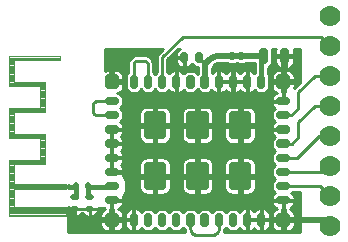
<source format=gtl>
G75*
G70*
%OFA0B0*%
%FSLAX24Y24*%
%IPPOS*%
%LPD*%
%AMOC8*
5,1,8,0,0,1.08239X$1,22.5*
%
%ADD10C,0.0201*%
%ADD11C,0.0202*%
%ADD12C,0.0198*%
%ADD13C,0.0197*%
%ADD14C,0.0197*%
%ADD15C,0.0039*%
%ADD16C,0.0202*%
%ADD17C,0.0700*%
%ADD18C,0.0100*%
%ADD19C,0.0160*%
%ADD20C,0.0290*%
%ADD21C,0.0200*%
D10*
X003982Y001510D02*
X003982Y001586D01*
X003982Y001510D02*
X003710Y001510D01*
X003710Y001586D01*
X003982Y001586D01*
X003982Y001982D02*
X003982Y002058D01*
X003982Y001982D02*
X003710Y001982D01*
X003710Y002058D01*
X003982Y002058D01*
X003982Y002455D02*
X003982Y002531D01*
X003982Y002455D02*
X003710Y002455D01*
X003710Y002531D01*
X003982Y002531D01*
X003982Y002927D02*
X003982Y003003D01*
X003982Y002927D02*
X003710Y002927D01*
X003710Y003003D01*
X003982Y003003D01*
X003982Y003400D02*
X003982Y003476D01*
X003982Y003400D02*
X003710Y003400D01*
X003710Y003476D01*
X003982Y003476D01*
X003982Y003872D02*
X003982Y003948D01*
X003982Y003872D02*
X003710Y003872D01*
X003710Y003948D01*
X003982Y003948D01*
X003982Y004345D02*
X003982Y004421D01*
X003982Y004345D02*
X003710Y004345D01*
X003710Y004421D01*
X003982Y004421D01*
X003982Y004817D02*
X003982Y004893D01*
X003982Y004817D02*
X003710Y004817D01*
X003710Y004893D01*
X003982Y004893D01*
X004537Y005369D02*
X004613Y005369D01*
X004537Y005369D02*
X004537Y005641D01*
X004613Y005641D01*
X004613Y005369D01*
X004613Y005569D02*
X004537Y005569D01*
X005009Y005369D02*
X005085Y005369D01*
X005009Y005369D02*
X005009Y005641D01*
X005085Y005641D01*
X005085Y005369D01*
X005085Y005569D02*
X005009Y005569D01*
X005482Y005369D02*
X005558Y005369D01*
X005482Y005369D02*
X005482Y005641D01*
X005558Y005641D01*
X005558Y005369D01*
X005558Y005569D02*
X005482Y005569D01*
X005954Y005369D02*
X006030Y005369D01*
X005954Y005369D02*
X005954Y005641D01*
X006030Y005641D01*
X006030Y005369D01*
X006030Y005569D02*
X005954Y005569D01*
X006427Y005369D02*
X006503Y005369D01*
X006427Y005369D02*
X006427Y005641D01*
X006503Y005641D01*
X006503Y005369D01*
X006503Y005569D02*
X006427Y005569D01*
X006899Y005369D02*
X006975Y005369D01*
X006899Y005369D02*
X006899Y005641D01*
X006975Y005641D01*
X006975Y005369D01*
X006975Y005569D02*
X006899Y005569D01*
X007371Y005369D02*
X007447Y005369D01*
X007371Y005369D02*
X007371Y005641D01*
X007447Y005641D01*
X007447Y005369D01*
X007447Y005569D02*
X007371Y005569D01*
X007844Y005369D02*
X007920Y005369D01*
X007844Y005369D02*
X007844Y005641D01*
X007920Y005641D01*
X007920Y005369D01*
X007920Y005569D02*
X007844Y005569D01*
X008316Y005369D02*
X008392Y005369D01*
X008316Y005369D02*
X008316Y005641D01*
X008392Y005641D01*
X008392Y005369D01*
X008392Y005569D02*
X008316Y005569D01*
X008789Y005369D02*
X008865Y005369D01*
X008789Y005369D02*
X008789Y005641D01*
X008865Y005641D01*
X008865Y005369D01*
X008865Y005569D02*
X008789Y005569D01*
X009419Y004893D02*
X009419Y004817D01*
X009419Y004893D02*
X009691Y004893D01*
X009691Y004817D01*
X009419Y004817D01*
X009419Y004421D02*
X009419Y004345D01*
X009419Y004421D02*
X009691Y004421D01*
X009691Y004345D01*
X009419Y004345D01*
X009419Y003948D02*
X009419Y003872D01*
X009419Y003948D02*
X009691Y003948D01*
X009691Y003872D01*
X009419Y003872D01*
X009419Y003476D02*
X009419Y003400D01*
X009419Y003476D02*
X009691Y003476D01*
X009691Y003400D01*
X009419Y003400D01*
X009419Y003003D02*
X009419Y002927D01*
X009419Y003003D02*
X009691Y003003D01*
X009691Y002927D01*
X009419Y002927D01*
X009419Y002531D02*
X009419Y002455D01*
X009419Y002531D02*
X009691Y002531D01*
X009691Y002455D01*
X009419Y002455D01*
X009419Y002058D02*
X009419Y001982D01*
X009419Y002058D02*
X009691Y002058D01*
X009691Y001982D01*
X009419Y001982D01*
X009419Y001586D02*
X009419Y001510D01*
X009419Y001586D02*
X009691Y001586D01*
X009691Y001510D01*
X009419Y001510D01*
X008865Y001034D02*
X008789Y001034D01*
X008865Y001034D02*
X008865Y000762D01*
X008789Y000762D01*
X008789Y001034D01*
X008789Y000962D02*
X008865Y000962D01*
X008392Y001034D02*
X008316Y001034D01*
X008392Y001034D02*
X008392Y000762D01*
X008316Y000762D01*
X008316Y001034D01*
X008316Y000962D02*
X008392Y000962D01*
X007920Y001034D02*
X007844Y001034D01*
X007920Y001034D02*
X007920Y000762D01*
X007844Y000762D01*
X007844Y001034D01*
X007844Y000962D02*
X007920Y000962D01*
X007447Y001034D02*
X007371Y001034D01*
X007447Y001034D02*
X007447Y000762D01*
X007371Y000762D01*
X007371Y001034D01*
X007371Y000962D02*
X007447Y000962D01*
X006975Y001034D02*
X006899Y001034D01*
X006975Y001034D02*
X006975Y000762D01*
X006899Y000762D01*
X006899Y001034D01*
X006899Y000962D02*
X006975Y000962D01*
X006503Y001034D02*
X006427Y001034D01*
X006503Y001034D02*
X006503Y000762D01*
X006427Y000762D01*
X006427Y001034D01*
X006427Y000962D02*
X006503Y000962D01*
X006030Y001034D02*
X005954Y001034D01*
X006030Y001034D02*
X006030Y000762D01*
X005954Y000762D01*
X005954Y001034D01*
X005954Y000962D02*
X006030Y000962D01*
X005558Y001034D02*
X005482Y001034D01*
X005558Y001034D02*
X005558Y000762D01*
X005482Y000762D01*
X005482Y001034D01*
X005482Y000962D02*
X005558Y000962D01*
X005085Y001034D02*
X005009Y001034D01*
X005085Y001034D02*
X005085Y000762D01*
X005009Y000762D01*
X005009Y001034D01*
X005009Y000962D02*
X005085Y000962D01*
X004613Y001034D02*
X004537Y001034D01*
X004613Y001034D02*
X004613Y000762D01*
X004537Y000762D01*
X004537Y001034D01*
X004537Y000962D02*
X004613Y000962D01*
X006223Y006225D02*
X006299Y006225D01*
X006223Y006225D02*
X006223Y006379D01*
X006299Y006379D01*
X006299Y006225D01*
X006703Y006225D02*
X006779Y006225D01*
X006703Y006225D02*
X006703Y006379D01*
X006779Y006379D01*
X006779Y006225D01*
D11*
X006974Y004419D02*
X006974Y003677D01*
X006428Y003677D01*
X006428Y004419D01*
X006974Y004419D01*
X006974Y003878D02*
X006428Y003878D01*
X006428Y004079D02*
X006974Y004079D01*
X006974Y004280D02*
X006428Y004280D01*
X005556Y004419D02*
X005556Y003677D01*
X005010Y003677D01*
X005010Y004419D01*
X005556Y004419D01*
X005556Y003878D02*
X005010Y003878D01*
X005010Y004079D02*
X005556Y004079D01*
X005556Y004280D02*
X005010Y004280D01*
X005556Y002726D02*
X005556Y001984D01*
X005010Y001984D01*
X005010Y002726D01*
X005556Y002726D01*
X005556Y002185D02*
X005010Y002185D01*
X005010Y002386D02*
X005556Y002386D01*
X005556Y002587D02*
X005010Y002587D01*
X006974Y002726D02*
X006974Y001984D01*
X006428Y001984D01*
X006428Y002726D01*
X006974Y002726D01*
X006974Y002185D02*
X006428Y002185D01*
X006428Y002386D02*
X006974Y002386D01*
X006974Y002587D02*
X006428Y002587D01*
X008391Y002726D02*
X008391Y001984D01*
X007845Y001984D01*
X007845Y002726D01*
X008391Y002726D01*
X008391Y002185D02*
X007845Y002185D01*
X007845Y002386D02*
X008391Y002386D01*
X008391Y002587D02*
X007845Y002587D01*
X008391Y003677D02*
X008391Y004419D01*
X008391Y003677D02*
X007845Y003677D01*
X007845Y004419D01*
X008391Y004419D01*
X008391Y003878D02*
X007845Y003878D01*
X007845Y004079D02*
X008391Y004079D01*
X008391Y004280D02*
X007845Y004280D01*
D12*
X009692Y005368D02*
X009692Y005642D01*
X009692Y005368D02*
X009418Y005368D01*
X009418Y005642D01*
X009692Y005642D01*
X009692Y005565D02*
X009418Y005565D01*
X003983Y005642D02*
X003983Y005368D01*
X003709Y005368D01*
X003709Y005642D01*
X003983Y005642D01*
X003983Y005565D02*
X003709Y005565D01*
X003983Y001035D02*
X003983Y000761D01*
X003709Y000761D01*
X003709Y001035D01*
X003983Y001035D01*
X003983Y000958D02*
X003709Y000958D01*
X009692Y001035D02*
X009692Y000761D01*
X009418Y000761D01*
X009418Y001035D01*
X009692Y001035D01*
X009692Y000958D02*
X009418Y000958D01*
D13*
X003061Y001255D02*
X003061Y001255D01*
X003141Y001255D01*
X003141Y001255D01*
X003061Y001255D01*
X003061Y001648D02*
X003061Y001648D01*
X003141Y001648D01*
X003141Y001648D01*
X003061Y001648D01*
X002561Y001648D02*
X002561Y001648D01*
X002641Y001648D01*
X002641Y001648D01*
X002561Y001648D01*
X002561Y001255D02*
X002561Y001255D01*
X002641Y001255D01*
X002641Y001255D01*
X002561Y001255D01*
X002401Y001254D02*
X002401Y001096D01*
X002401Y001096D01*
X002401Y001254D01*
X002401Y001254D01*
X002654Y001987D02*
X002654Y001987D01*
X002654Y002067D01*
X002654Y002067D01*
X002654Y001987D01*
X003048Y001987D02*
X003048Y001987D01*
X003048Y002067D01*
X003048Y002067D01*
X003048Y001987D01*
D14*
X002401Y002002D03*
D15*
X002322Y001017D02*
X000413Y001017D01*
X000413Y002907D01*
X001452Y002907D01*
X001452Y003616D01*
X000413Y003616D01*
X000413Y004639D01*
X001452Y004639D01*
X001452Y005348D01*
X000413Y005348D01*
X000413Y006372D01*
X002121Y006372D01*
X002121Y006214D01*
X000570Y006214D01*
X000570Y005506D01*
X001609Y005506D01*
X001609Y004482D01*
X000570Y004482D01*
X000570Y003773D01*
X001609Y003773D01*
X001609Y002750D01*
X000570Y002750D01*
X000570Y002080D01*
X002322Y002080D01*
X002322Y001923D01*
X000570Y001923D01*
X000570Y001332D01*
X002322Y001332D01*
X002322Y001017D01*
X002322Y001036D02*
X000413Y001036D01*
X000413Y001074D02*
X002322Y001074D01*
X002322Y001111D02*
X000413Y001111D01*
X000413Y001149D02*
X002322Y001149D01*
X002322Y001187D02*
X000413Y001187D01*
X000413Y001225D02*
X002322Y001225D01*
X002322Y001263D02*
X000413Y001263D01*
X000413Y001301D02*
X002322Y001301D01*
X002322Y001946D02*
X000413Y001946D01*
X000413Y001984D02*
X002322Y001984D01*
X002322Y002021D02*
X000413Y002021D01*
X000413Y002059D02*
X002322Y002059D01*
X001609Y002780D02*
X000413Y002780D01*
X000413Y002818D02*
X001609Y002818D01*
X001609Y002856D02*
X000413Y002856D01*
X000413Y002893D02*
X001609Y002893D01*
X001609Y002931D02*
X001452Y002931D01*
X001452Y002969D02*
X001609Y002969D01*
X001609Y003007D02*
X001452Y003007D01*
X001452Y003045D02*
X001609Y003045D01*
X001609Y003083D02*
X001452Y003083D01*
X001452Y003121D02*
X001609Y003121D01*
X001609Y003159D02*
X001452Y003159D01*
X001452Y003197D02*
X001609Y003197D01*
X001609Y003235D02*
X001452Y003235D01*
X001452Y003273D02*
X001609Y003273D01*
X001609Y003310D02*
X001452Y003310D01*
X001452Y003348D02*
X001609Y003348D01*
X001609Y003386D02*
X001452Y003386D01*
X001452Y003424D02*
X001609Y003424D01*
X001609Y003462D02*
X001452Y003462D01*
X001452Y003500D02*
X001609Y003500D01*
X001609Y003538D02*
X001452Y003538D01*
X001452Y003576D02*
X001609Y003576D01*
X001609Y003614D02*
X001452Y003614D01*
X001609Y003652D02*
X000413Y003652D01*
X000413Y003690D02*
X001609Y003690D01*
X001609Y003728D02*
X000413Y003728D01*
X000413Y003765D02*
X001609Y003765D01*
X001609Y004486D02*
X000413Y004486D01*
X000413Y004524D02*
X001609Y004524D01*
X001609Y004562D02*
X000413Y004562D01*
X000413Y004600D02*
X001609Y004600D01*
X001609Y004637D02*
X000413Y004637D01*
X000413Y004448D02*
X000570Y004448D01*
X000570Y004410D02*
X000413Y004410D01*
X000413Y004372D02*
X000570Y004372D01*
X000570Y004334D02*
X000413Y004334D01*
X000413Y004296D02*
X000570Y004296D01*
X000570Y004258D02*
X000413Y004258D01*
X000413Y004220D02*
X000570Y004220D01*
X000570Y004182D02*
X000413Y004182D01*
X000413Y004145D02*
X000570Y004145D01*
X000570Y004107D02*
X000413Y004107D01*
X000413Y004069D02*
X000570Y004069D01*
X000570Y004031D02*
X000413Y004031D01*
X000413Y003993D02*
X000570Y003993D01*
X000570Y003955D02*
X000413Y003955D01*
X000413Y003917D02*
X000570Y003917D01*
X000570Y003879D02*
X000413Y003879D01*
X000413Y003841D02*
X000570Y003841D01*
X000570Y003803D02*
X000413Y003803D01*
X001452Y004675D02*
X001609Y004675D01*
X001609Y004713D02*
X001452Y004713D01*
X001452Y004751D02*
X001609Y004751D01*
X001609Y004789D02*
X001452Y004789D01*
X001452Y004827D02*
X001609Y004827D01*
X001609Y004865D02*
X001452Y004865D01*
X001452Y004903D02*
X001609Y004903D01*
X001609Y004941D02*
X001452Y004941D01*
X001452Y004979D02*
X001609Y004979D01*
X001609Y005017D02*
X001452Y005017D01*
X001452Y005054D02*
X001609Y005054D01*
X001609Y005092D02*
X001452Y005092D01*
X001452Y005130D02*
X001609Y005130D01*
X001609Y005168D02*
X001452Y005168D01*
X001452Y005206D02*
X001609Y005206D01*
X001609Y005244D02*
X001452Y005244D01*
X001452Y005282D02*
X001609Y005282D01*
X001609Y005320D02*
X001452Y005320D01*
X001609Y005358D02*
X000413Y005358D01*
X000413Y005396D02*
X001609Y005396D01*
X001609Y005434D02*
X000413Y005434D01*
X000413Y005472D02*
X001609Y005472D01*
X000570Y005509D02*
X000413Y005509D01*
X000413Y005547D02*
X000570Y005547D01*
X000570Y005585D02*
X000413Y005585D01*
X000413Y005623D02*
X000570Y005623D01*
X000570Y005661D02*
X000413Y005661D01*
X000413Y005699D02*
X000570Y005699D01*
X000570Y005737D02*
X000413Y005737D01*
X000413Y005775D02*
X000570Y005775D01*
X000570Y005813D02*
X000413Y005813D01*
X000413Y005851D02*
X000570Y005851D01*
X000570Y005889D02*
X000413Y005889D01*
X000413Y005926D02*
X000570Y005926D01*
X000570Y005964D02*
X000413Y005964D01*
X000413Y006002D02*
X000570Y006002D01*
X000570Y006040D02*
X000413Y006040D01*
X000413Y006078D02*
X000570Y006078D01*
X000570Y006116D02*
X000413Y006116D01*
X000413Y006154D02*
X000570Y006154D01*
X000570Y006192D02*
X000413Y006192D01*
X000413Y006230D02*
X002121Y006230D01*
X002121Y006268D02*
X000413Y006268D01*
X000413Y006306D02*
X002121Y006306D01*
X002121Y006344D02*
X000413Y006344D01*
X000413Y002742D02*
X000570Y002742D01*
X000570Y002704D02*
X000413Y002704D01*
X000413Y002666D02*
X000570Y002666D01*
X000570Y002628D02*
X000413Y002628D01*
X000413Y002590D02*
X000570Y002590D01*
X000570Y002552D02*
X000413Y002552D01*
X000413Y002514D02*
X000570Y002514D01*
X000570Y002476D02*
X000413Y002476D01*
X000413Y002438D02*
X000570Y002438D01*
X000570Y002401D02*
X000413Y002401D01*
X000413Y002363D02*
X000570Y002363D01*
X000570Y002325D02*
X000413Y002325D01*
X000413Y002287D02*
X000570Y002287D01*
X000570Y002249D02*
X000413Y002249D01*
X000413Y002211D02*
X000570Y002211D01*
X000570Y002173D02*
X000413Y002173D01*
X000413Y002135D02*
X000570Y002135D01*
X000570Y002097D02*
X000413Y002097D01*
X000413Y001908D02*
X000570Y001908D01*
X000570Y001870D02*
X000413Y001870D01*
X000413Y001832D02*
X000570Y001832D01*
X000570Y001794D02*
X000413Y001794D01*
X000413Y001756D02*
X000570Y001756D01*
X000570Y001718D02*
X000413Y001718D01*
X000413Y001680D02*
X000570Y001680D01*
X000570Y001642D02*
X000413Y001642D01*
X000413Y001604D02*
X000570Y001604D01*
X000570Y001566D02*
X000413Y001566D01*
X000413Y001529D02*
X000570Y001529D01*
X000570Y001491D02*
X000413Y001491D01*
X000413Y001453D02*
X000570Y001453D01*
X000570Y001415D02*
X000413Y001415D01*
X000413Y001377D02*
X000570Y001377D01*
X000570Y001339D02*
X000413Y001339D01*
D16*
X008840Y006526D02*
X008952Y006526D01*
X008952Y006178D01*
X008840Y006178D01*
X008840Y006526D01*
X008840Y006379D02*
X008952Y006379D01*
X009549Y006526D02*
X009661Y006526D01*
X009661Y006178D01*
X009549Y006178D01*
X009549Y006526D01*
X009549Y006379D02*
X009661Y006379D01*
D17*
X011101Y006702D03*
X011101Y007702D03*
X011101Y005702D03*
X011101Y004702D03*
X011101Y003702D03*
X011101Y002702D03*
X011101Y001702D03*
X011101Y000702D03*
D18*
X010101Y000694D02*
X009933Y000694D01*
X009932Y000689D02*
X009941Y000737D01*
X009941Y000848D01*
X009605Y000848D01*
X009605Y000512D01*
X009717Y000512D01*
X009765Y000522D01*
X009810Y000541D01*
X009851Y000568D01*
X009886Y000603D01*
X009913Y000643D01*
X009932Y000689D01*
X009941Y000793D02*
X010101Y000793D01*
X010101Y000891D02*
X009605Y000891D01*
X009605Y000848D02*
X009605Y000948D01*
X009941Y000948D01*
X009941Y001060D01*
X009932Y001108D01*
X009913Y001153D01*
X009886Y001194D01*
X009851Y001229D01*
X009810Y001256D01*
X009770Y001273D01*
X009809Y001289D01*
X009850Y001316D01*
X009885Y001351D01*
X009913Y001392D01*
X009932Y001438D01*
X009941Y001486D01*
X009941Y001529D01*
X009574Y001529D01*
X009574Y001260D01*
X009605Y001260D01*
X009605Y000949D01*
X009505Y000949D01*
X009505Y001260D01*
X009536Y001260D01*
X009536Y001529D01*
X009169Y001529D01*
X009169Y001486D01*
X009179Y001438D01*
X009197Y001392D01*
X009225Y001351D01*
X009260Y001316D01*
X009301Y001289D01*
X009340Y001273D01*
X009300Y001256D01*
X009259Y001229D01*
X009225Y001194D01*
X009197Y001153D01*
X009178Y001108D01*
X009169Y001060D01*
X009169Y000948D01*
X009505Y000948D01*
X009505Y000848D01*
X009605Y000848D01*
X009605Y000793D02*
X009505Y000793D01*
X009505Y000848D02*
X009505Y000512D01*
X009394Y000512D01*
X009345Y000522D01*
X009300Y000541D01*
X009259Y000568D01*
X009225Y000603D01*
X009197Y000643D01*
X009178Y000689D01*
X009169Y000737D01*
X009169Y000848D01*
X009505Y000848D01*
X009505Y000891D02*
X008846Y000891D01*
X008846Y000879D02*
X008846Y000917D01*
X009115Y000917D01*
X009115Y001059D01*
X009105Y001107D01*
X009086Y001153D01*
X009059Y001194D01*
X009024Y001229D01*
X008983Y001256D01*
X008937Y001275D01*
X008889Y001285D01*
X008846Y001285D01*
X008846Y000918D01*
X008808Y000918D01*
X008808Y001285D01*
X008765Y001285D01*
X008716Y001275D01*
X008671Y001256D01*
X008630Y001229D01*
X008595Y001194D01*
X008591Y001187D01*
X008586Y001194D01*
X008551Y001229D01*
X008510Y001256D01*
X008465Y001275D01*
X008416Y001285D01*
X008373Y001285D01*
X008373Y000918D01*
X008335Y000918D01*
X008335Y001285D01*
X008292Y001285D01*
X008244Y001275D01*
X008198Y001256D01*
X008157Y001229D01*
X008122Y001194D01*
X008108Y001172D01*
X008015Y001265D01*
X007749Y001265D01*
X007646Y001161D01*
X007542Y001265D01*
X007277Y001265D01*
X007173Y001161D01*
X007070Y001265D01*
X006804Y001265D01*
X006701Y001161D01*
X006597Y001265D01*
X006332Y001265D01*
X006228Y001161D01*
X006125Y001265D01*
X005859Y001265D01*
X005756Y001161D01*
X005652Y001265D01*
X005387Y001265D01*
X005283Y001161D01*
X005180Y001265D01*
X004914Y001265D01*
X004821Y001172D01*
X004807Y001194D01*
X004772Y001229D01*
X004731Y001256D01*
X004685Y001275D01*
X004637Y001285D01*
X004594Y001285D01*
X004594Y000918D01*
X004556Y000918D01*
X004556Y001285D01*
X004513Y001285D01*
X004464Y001275D01*
X004419Y001256D01*
X004378Y001229D01*
X004343Y001194D01*
X004316Y001153D01*
X004297Y001107D01*
X004287Y001059D01*
X004287Y000917D01*
X004556Y000917D01*
X004556Y000879D01*
X004594Y000879D01*
X004594Y000512D01*
X004637Y000512D01*
X004685Y000522D01*
X004731Y000541D01*
X004772Y000568D01*
X004807Y000603D01*
X004821Y000625D01*
X004914Y000532D01*
X005180Y000532D01*
X005283Y000636D01*
X005387Y000532D01*
X005652Y000532D01*
X005756Y000636D01*
X005859Y000532D01*
X006125Y000532D01*
X006228Y000636D01*
X006285Y000579D01*
X006285Y000513D01*
X006285Y000502D01*
X002376Y000502D01*
X002376Y001089D01*
X002403Y001062D01*
X002444Y001035D01*
X002489Y001016D01*
X002537Y001006D01*
X002601Y001006D01*
X002665Y001006D01*
X002713Y001016D01*
X002758Y001035D01*
X002799Y001062D01*
X002833Y001096D01*
X002851Y001123D01*
X002868Y001096D01*
X002903Y001062D01*
X002944Y001035D01*
X002989Y001016D01*
X003037Y001006D01*
X003101Y001006D01*
X003165Y001006D01*
X003213Y001016D01*
X003258Y001035D01*
X003299Y001062D01*
X003333Y001096D01*
X003360Y001137D01*
X003379Y001182D01*
X003389Y001230D01*
X003389Y001254D01*
X003101Y001254D01*
X003101Y001006D01*
X003101Y001254D01*
X003101Y001254D01*
X003101Y001255D01*
X003389Y001255D01*
X003389Y001279D01*
X003384Y001302D01*
X003573Y001302D01*
X003592Y001289D01*
X003631Y001273D01*
X003591Y001256D01*
X003551Y001229D01*
X003516Y001194D01*
X003489Y001153D01*
X003470Y001108D01*
X003460Y001060D01*
X003460Y000948D01*
X003796Y000948D01*
X003796Y000848D01*
X003896Y000848D01*
X003896Y000512D01*
X004008Y000512D01*
X004056Y000522D01*
X004101Y000541D01*
X004142Y000568D01*
X004177Y000603D01*
X004204Y000643D01*
X004223Y000689D01*
X004233Y000737D01*
X004233Y000848D01*
X003897Y000848D01*
X003897Y000948D01*
X004233Y000948D01*
X004233Y001060D01*
X004223Y001108D01*
X004204Y001153D01*
X004177Y001194D01*
X004142Y001229D01*
X004101Y001256D01*
X004062Y001273D01*
X004101Y001289D01*
X004142Y001316D01*
X004177Y001351D01*
X004204Y001392D01*
X004223Y001438D01*
X004233Y001486D01*
X004233Y001529D01*
X003866Y001529D01*
X003866Y001567D01*
X004233Y001567D01*
X004233Y001610D01*
X004223Y001658D01*
X004211Y001686D01*
X004225Y001695D01*
X004257Y001727D01*
X004281Y001765D01*
X004296Y001807D01*
X004301Y001852D01*
X004301Y002202D01*
X004296Y002246D01*
X004281Y002288D01*
X004257Y002326D01*
X004225Y002358D01*
X004215Y002364D01*
X004223Y002383D01*
X004233Y002431D01*
X004233Y002474D01*
X003866Y002474D01*
X003866Y002512D01*
X004233Y002512D01*
X004233Y002555D01*
X004223Y002603D01*
X004204Y002649D01*
X004177Y002690D01*
X004142Y002725D01*
X004135Y002729D01*
X004142Y002734D01*
X004177Y002768D01*
X004204Y002809D01*
X004223Y002855D01*
X004233Y002903D01*
X004233Y002946D01*
X003866Y002946D01*
X003866Y002984D01*
X004233Y002984D01*
X004233Y003027D01*
X004223Y003076D01*
X004204Y003121D01*
X004177Y003162D01*
X004142Y003197D01*
X004135Y003202D01*
X004142Y003206D01*
X004177Y003241D01*
X004204Y003282D01*
X004223Y003327D01*
X004233Y003376D01*
X004233Y003419D01*
X003866Y003419D01*
X003866Y003457D01*
X004233Y003457D01*
X004233Y003500D01*
X004223Y003548D01*
X004204Y003594D01*
X004177Y003635D01*
X004142Y003670D01*
X004135Y003674D01*
X004142Y003678D01*
X004177Y003713D01*
X004204Y003754D01*
X004223Y003800D01*
X004233Y003848D01*
X004233Y003891D01*
X003866Y003891D01*
X003866Y003929D01*
X004233Y003929D01*
X004233Y003972D01*
X004223Y004021D01*
X004204Y004066D01*
X004177Y004107D01*
X004142Y004142D01*
X004120Y004157D01*
X004213Y004250D01*
X004213Y004515D01*
X004109Y004619D01*
X004213Y004722D01*
X004213Y004988D01*
X004078Y005123D01*
X004030Y005123D01*
X004056Y005128D01*
X004101Y005147D01*
X004142Y005174D01*
X004177Y005209D01*
X004204Y005250D01*
X004223Y005295D01*
X004233Y005343D01*
X004233Y005455D01*
X003897Y005455D01*
X003897Y005555D01*
X004233Y005555D01*
X004233Y005666D01*
X004223Y005714D01*
X004204Y005760D01*
X004177Y005801D01*
X004142Y005835D01*
X004101Y005863D01*
X004056Y005881D01*
X004008Y005891D01*
X003896Y005891D01*
X003896Y005555D01*
X003796Y005555D01*
X003796Y005891D01*
X003685Y005891D01*
X003637Y005881D01*
X003601Y005866D01*
X003601Y006602D01*
X005546Y006602D01*
X005445Y006500D01*
X005340Y006395D01*
X005340Y005824D01*
X005283Y005767D01*
X005231Y005820D01*
X005231Y006126D01*
X005231Y006126D01*
X005231Y006140D01*
X005142Y006293D01*
X004989Y006381D01*
X004975Y006381D01*
X004975Y006382D01*
X004901Y006382D01*
X004826Y006382D01*
X004626Y006382D01*
X004619Y006382D01*
X004477Y006300D01*
X004477Y006300D01*
X004477Y006300D01*
X004395Y006158D01*
X004395Y006158D01*
X004395Y006076D01*
X004395Y006001D01*
X004395Y005824D01*
X004307Y005736D01*
X004307Y005274D01*
X004442Y005139D01*
X004708Y005139D01*
X004811Y005242D01*
X004914Y005139D01*
X005180Y005139D01*
X005283Y005242D01*
X005387Y005139D01*
X005652Y005139D01*
X005745Y005232D01*
X005760Y005209D01*
X005795Y005174D01*
X005836Y005147D01*
X005882Y005128D01*
X005930Y005119D01*
X005973Y005119D01*
X005973Y005486D01*
X006011Y005486D01*
X006011Y005119D01*
X006054Y005119D01*
X006102Y005128D01*
X006148Y005147D01*
X006189Y005174D01*
X006224Y005209D01*
X006239Y005232D01*
X006332Y005139D01*
X006597Y005139D01*
X006701Y005242D01*
X006804Y005139D01*
X007070Y005139D01*
X007163Y005232D01*
X007178Y005209D01*
X007212Y005174D01*
X007254Y005147D01*
X007299Y005128D01*
X007348Y005119D01*
X007390Y005119D01*
X007390Y005486D01*
X007428Y005486D01*
X007428Y005119D01*
X007471Y005119D01*
X007520Y005128D01*
X007565Y005147D01*
X007606Y005174D01*
X007641Y005209D01*
X007646Y005216D01*
X007650Y005209D01*
X007685Y005174D01*
X007726Y005147D01*
X007772Y005128D01*
X007820Y005119D01*
X007863Y005119D01*
X007863Y005486D01*
X007697Y005486D01*
X007429Y005486D01*
X007429Y005524D01*
X007697Y005524D01*
X007863Y005524D01*
X007863Y005891D01*
X007820Y005891D01*
X007772Y005881D01*
X007726Y005862D01*
X007685Y005835D01*
X007650Y005800D01*
X007646Y005793D01*
X007641Y005800D01*
X007606Y005835D01*
X007565Y005862D01*
X007520Y005881D01*
X007471Y005891D01*
X007428Y005891D01*
X007428Y005524D01*
X007390Y005524D01*
X007390Y005891D01*
X007348Y005891D01*
X007299Y005881D01*
X007254Y005862D01*
X007212Y005835D01*
X007178Y005800D01*
X007167Y005784D01*
X007167Y005793D01*
X007167Y005888D01*
X007171Y005933D01*
X007206Y006018D01*
X007271Y006082D01*
X007355Y006117D01*
X007401Y006122D01*
X007692Y006122D01*
X007695Y006118D01*
X007796Y006077D01*
X007905Y006077D01*
X008001Y006116D01*
X008096Y006077D01*
X008205Y006077D01*
X008307Y006118D01*
X008310Y006122D01*
X008609Y006122D01*
X008609Y006082D01*
X008617Y006074D01*
X008617Y005794D01*
X008601Y005778D01*
X008586Y005800D01*
X008551Y005835D01*
X008510Y005862D01*
X008465Y005881D01*
X008416Y005891D01*
X008373Y005891D01*
X008373Y005524D01*
X008335Y005524D01*
X008335Y005891D01*
X008292Y005891D01*
X008244Y005881D01*
X008198Y005862D01*
X008157Y005835D01*
X008122Y005800D01*
X008118Y005793D01*
X008114Y005800D01*
X008079Y005835D01*
X008038Y005862D01*
X007992Y005881D01*
X007944Y005891D01*
X007901Y005891D01*
X007901Y005524D01*
X007863Y005524D01*
X007863Y005486D01*
X007901Y005486D01*
X007901Y005524D01*
X008170Y005524D01*
X008335Y005524D01*
X008335Y005486D01*
X008170Y005486D01*
X007901Y005486D01*
X007901Y005119D01*
X007944Y005119D01*
X007992Y005128D01*
X008038Y005147D01*
X008079Y005174D01*
X008114Y005209D01*
X008118Y005216D01*
X008122Y005209D01*
X008157Y005174D01*
X008198Y005147D01*
X008244Y005128D01*
X008292Y005119D01*
X008335Y005119D01*
X008335Y005486D01*
X008373Y005486D01*
X008373Y005119D01*
X008416Y005119D01*
X008465Y005128D01*
X008510Y005147D01*
X008551Y005174D01*
X008586Y005209D01*
X008601Y005232D01*
X008694Y005139D01*
X008959Y005139D01*
X009095Y005274D01*
X009095Y005736D01*
X009037Y005794D01*
X009037Y005947D01*
X009049Y005947D01*
X009184Y006082D01*
X009184Y006602D01*
X009308Y006602D01*
X009307Y006599D01*
X009298Y006550D01*
X009298Y006380D01*
X009576Y006380D01*
X009576Y006323D01*
X009298Y006323D01*
X009298Y006153D01*
X009307Y006104D01*
X009326Y006059D01*
X009354Y006017D01*
X009389Y005983D01*
X009430Y005955D01*
X009475Y005936D01*
X009524Y005927D01*
X009576Y005927D01*
X009576Y006323D01*
X009634Y006323D01*
X009634Y006380D01*
X009913Y006380D01*
X009913Y006550D01*
X009903Y006599D01*
X009902Y006602D01*
X010101Y006602D01*
X010101Y005456D01*
X009926Y005281D01*
X009932Y005295D01*
X009941Y005343D01*
X009941Y005455D01*
X009605Y005455D01*
X009605Y005555D01*
X009505Y005555D01*
X009505Y005891D01*
X009394Y005891D01*
X009345Y005881D01*
X009300Y005863D01*
X009259Y005835D01*
X009225Y005801D01*
X009197Y005760D01*
X009178Y005714D01*
X009169Y005666D01*
X009169Y005555D01*
X009505Y005555D01*
X009505Y005455D01*
X009169Y005455D01*
X009169Y005343D01*
X009178Y005295D01*
X009197Y005250D01*
X009225Y005209D01*
X009259Y005174D01*
X009300Y005147D01*
X009340Y005130D01*
X009301Y005114D01*
X009260Y005087D01*
X009225Y005052D01*
X009197Y005011D01*
X009179Y004965D01*
X009169Y004917D01*
X009169Y004874D01*
X009536Y004874D01*
X009536Y004836D01*
X009169Y004836D01*
X009169Y004793D01*
X009179Y004745D01*
X009197Y004699D01*
X009225Y004658D01*
X009260Y004623D01*
X009282Y004608D01*
X009189Y004515D01*
X009189Y004250D01*
X009282Y004157D01*
X009260Y004142D01*
X009225Y004107D01*
X009197Y004066D01*
X009179Y004021D01*
X009169Y003972D01*
X009169Y003929D01*
X009536Y003929D01*
X009536Y003891D01*
X009169Y003891D01*
X009169Y003848D01*
X008642Y003848D01*
X008642Y003946D02*
X009169Y003946D01*
X009169Y003848D02*
X009179Y003800D01*
X009197Y003754D01*
X009225Y003713D01*
X009260Y003678D01*
X009282Y003664D01*
X009189Y003571D01*
X009189Y003305D01*
X009292Y003202D01*
X009189Y003098D01*
X009189Y002833D01*
X009292Y002729D01*
X009189Y002626D01*
X009189Y002360D01*
X009292Y002257D01*
X009189Y002153D01*
X009189Y001888D01*
X009282Y001795D01*
X009260Y001780D01*
X009225Y001745D01*
X009197Y001704D01*
X009179Y001658D01*
X009169Y001610D01*
X009169Y001567D01*
X009536Y001567D01*
X009536Y001529D01*
X009574Y001529D01*
X009574Y001567D01*
X009941Y001567D01*
X009941Y001610D01*
X009932Y001658D01*
X009913Y001704D01*
X009885Y001745D01*
X009850Y001780D01*
X009828Y001795D01*
X009874Y001840D01*
X010101Y001840D01*
X010101Y000502D01*
X007587Y000502D01*
X007589Y000506D01*
X007589Y000536D01*
X007589Y000579D01*
X007646Y000636D01*
X007749Y000532D01*
X008015Y000532D01*
X008108Y000625D01*
X008122Y000603D01*
X008157Y000568D01*
X008198Y000541D01*
X008244Y000522D01*
X008292Y000512D01*
X008335Y000512D01*
X008335Y000879D01*
X008373Y000879D01*
X008373Y000512D01*
X008416Y000512D01*
X008465Y000522D01*
X008510Y000541D01*
X008551Y000568D01*
X008586Y000603D01*
X008591Y000610D01*
X008595Y000603D01*
X008630Y000568D01*
X008671Y000541D01*
X008716Y000522D01*
X008765Y000512D01*
X008808Y000512D01*
X008808Y000879D01*
X008846Y000879D01*
X008846Y000512D01*
X008889Y000512D01*
X008937Y000522D01*
X008983Y000541D01*
X009024Y000568D01*
X009059Y000603D01*
X009086Y000644D01*
X009105Y000690D01*
X009115Y000738D01*
X009115Y000879D01*
X008846Y000879D01*
X008808Y000879D02*
X008539Y000879D01*
X008373Y000879D01*
X008373Y000917D01*
X008539Y000917D01*
X008808Y000917D01*
X008808Y000879D01*
X008808Y000891D02*
X008373Y000891D01*
X008373Y000793D02*
X008335Y000793D01*
X008335Y000694D02*
X008373Y000694D01*
X008373Y000596D02*
X008335Y000596D01*
X008130Y000596D02*
X008078Y000596D01*
X007686Y000596D02*
X007606Y000596D01*
X007589Y000506D02*
X007589Y000506D01*
X007409Y000610D02*
X007409Y000898D01*
X007410Y000610D02*
X007408Y000583D01*
X007403Y000556D01*
X007394Y000530D01*
X007382Y000505D01*
X007367Y000483D01*
X007349Y000462D01*
X007328Y000444D01*
X007305Y000429D01*
X007281Y000417D01*
X007255Y000408D01*
X007228Y000403D01*
X007201Y000401D01*
X007201Y000402D02*
X006651Y000402D01*
X006625Y000404D01*
X006599Y000410D01*
X006574Y000419D01*
X006550Y000432D01*
X006529Y000447D01*
X006510Y000466D01*
X006495Y000487D01*
X006482Y000511D01*
X006473Y000536D01*
X006467Y000562D01*
X006465Y000588D01*
X006465Y000898D01*
X006268Y000596D02*
X006188Y000596D01*
X005796Y000596D02*
X005716Y000596D01*
X005323Y000596D02*
X005243Y000596D01*
X004851Y000596D02*
X004799Y000596D01*
X004594Y000596D02*
X004556Y000596D01*
X004556Y000512D02*
X004556Y000879D01*
X004287Y000879D01*
X004287Y000738D01*
X004297Y000690D01*
X004316Y000644D01*
X004343Y000603D01*
X004378Y000568D01*
X004419Y000541D01*
X004464Y000522D01*
X004513Y000512D01*
X004556Y000512D01*
X004350Y000596D02*
X004170Y000596D01*
X004224Y000694D02*
X004296Y000694D01*
X004287Y000793D02*
X004233Y000793D01*
X004233Y000990D02*
X004287Y000990D01*
X004293Y001088D02*
X004227Y001088D01*
X004182Y001187D02*
X004338Y001187D01*
X004556Y001187D02*
X004594Y001187D01*
X004594Y001088D02*
X004556Y001088D01*
X004556Y000990D02*
X004594Y000990D01*
X004556Y000891D02*
X003897Y000891D01*
X003896Y000949D02*
X003796Y000949D01*
X003796Y001260D01*
X003827Y001260D01*
X003827Y001529D01*
X003865Y001529D01*
X003865Y001260D01*
X003896Y001260D01*
X003896Y000949D01*
X003896Y000990D02*
X003796Y000990D01*
X003796Y000891D02*
X002376Y000891D01*
X002376Y000793D02*
X003460Y000793D01*
X003460Y000848D02*
X003460Y000737D01*
X003470Y000689D01*
X003489Y000643D01*
X003516Y000603D01*
X003551Y000568D01*
X003591Y000541D01*
X003637Y000522D01*
X003685Y000512D01*
X003796Y000512D01*
X003796Y000848D01*
X003460Y000848D01*
X003460Y000990D02*
X002376Y000990D01*
X002376Y001088D02*
X002376Y001088D01*
X002401Y001175D02*
X002451Y001175D01*
X002471Y001155D01*
X002601Y001187D02*
X002601Y001187D01*
X002601Y001254D02*
X002601Y001006D01*
X002601Y001254D01*
X002601Y001254D01*
X002601Y001255D01*
X002889Y001255D01*
X003100Y001255D01*
X003100Y001254D01*
X002889Y001254D01*
X002601Y001254D01*
X002601Y001088D02*
X002601Y001088D01*
X002825Y001088D02*
X002876Y001088D01*
X003101Y001088D02*
X003101Y001088D01*
X003101Y001187D02*
X003101Y001187D01*
X003325Y001088D02*
X003466Y001088D01*
X003511Y001187D02*
X003380Y001187D01*
X003387Y001286D02*
X003600Y001286D01*
X003796Y001187D02*
X003896Y001187D01*
X003896Y001088D02*
X003796Y001088D01*
X003827Y001286D02*
X003865Y001286D01*
X003865Y001384D02*
X003827Y001384D01*
X003827Y001483D02*
X003865Y001483D01*
X004093Y001286D02*
X009309Y001286D01*
X009220Y001187D02*
X009063Y001187D01*
X009109Y001088D02*
X009175Y001088D01*
X009169Y000990D02*
X009115Y000990D01*
X009115Y000793D02*
X009169Y000793D01*
X009177Y000694D02*
X009106Y000694D01*
X009051Y000596D02*
X009231Y000596D01*
X009505Y000596D02*
X009605Y000596D01*
X009605Y000694D02*
X009505Y000694D01*
X009505Y000990D02*
X009605Y000990D01*
X009605Y001088D02*
X009505Y001088D01*
X009505Y001187D02*
X009605Y001187D01*
X009574Y001286D02*
X009536Y001286D01*
X009536Y001384D02*
X009574Y001384D01*
X009574Y001483D02*
X009536Y001483D01*
X009802Y001286D02*
X010101Y001286D01*
X010101Y001384D02*
X009907Y001384D01*
X009941Y001483D02*
X010101Y001483D01*
X010101Y001581D02*
X009941Y001581D01*
X009923Y001680D02*
X010101Y001680D01*
X010101Y001778D02*
X009852Y001778D01*
X009555Y002020D02*
X010782Y002020D01*
X011101Y001702D01*
X010101Y001187D02*
X009891Y001187D01*
X009936Y001088D02*
X010101Y001088D01*
X010101Y000990D02*
X009941Y000990D01*
X009879Y000596D02*
X010101Y000596D01*
X009203Y001384D02*
X004199Y001384D01*
X004232Y001483D02*
X009170Y001483D01*
X009169Y001581D02*
X004233Y001581D01*
X004214Y001680D02*
X009187Y001680D01*
X009258Y001778D02*
X008535Y001778D01*
X008551Y001789D02*
X008510Y001761D01*
X008464Y001742D01*
X008416Y001733D01*
X008168Y001733D01*
X008168Y002305D01*
X008068Y002305D01*
X008068Y001733D01*
X007820Y001733D01*
X007772Y001742D01*
X007726Y001761D01*
X007685Y001789D01*
X007650Y001824D01*
X007623Y001865D01*
X007604Y001910D01*
X007594Y001959D01*
X007594Y002305D01*
X008068Y002305D01*
X008068Y002405D01*
X007594Y002405D01*
X007594Y002751D01*
X007604Y002800D01*
X007623Y002845D01*
X007650Y002887D01*
X007685Y002921D01*
X007726Y002949D01*
X007772Y002968D01*
X007820Y002978D01*
X008068Y002978D01*
X008068Y002405D01*
X008168Y002405D01*
X008168Y002978D01*
X008416Y002978D01*
X008464Y002968D01*
X008510Y002949D01*
X008551Y002921D01*
X008586Y002887D01*
X008614Y002845D01*
X008632Y002800D01*
X008642Y002751D01*
X008642Y002405D01*
X008168Y002405D01*
X008168Y002305D01*
X008642Y002305D01*
X008642Y001959D01*
X008632Y001910D01*
X008614Y001865D01*
X008586Y001824D01*
X008551Y001789D01*
X008619Y001877D02*
X009200Y001877D01*
X009189Y001975D02*
X008642Y001975D01*
X008642Y002074D02*
X009189Y002074D01*
X009208Y002172D02*
X008642Y002172D01*
X008642Y002271D02*
X009278Y002271D01*
X009189Y002370D02*
X008168Y002370D01*
X008168Y002468D02*
X008068Y002468D01*
X008068Y002370D02*
X006751Y002370D01*
X006751Y002405D02*
X007225Y002405D01*
X007225Y002751D01*
X007215Y002800D01*
X007196Y002845D01*
X007169Y002887D01*
X007134Y002921D01*
X007093Y002949D01*
X007047Y002968D01*
X006999Y002978D01*
X006751Y002978D01*
X006751Y002405D01*
X006751Y002305D01*
X007225Y002305D01*
X007225Y001959D01*
X007215Y001910D01*
X007196Y001865D01*
X007169Y001824D01*
X007134Y001789D01*
X007093Y001761D01*
X007047Y001742D01*
X006999Y001733D01*
X006751Y001733D01*
X006751Y002305D01*
X006651Y002305D01*
X006651Y001733D01*
X006403Y001733D01*
X006355Y001742D01*
X006309Y001761D01*
X006268Y001789D01*
X006233Y001824D01*
X006205Y001865D01*
X006186Y001910D01*
X006177Y001959D01*
X006177Y002305D01*
X006651Y002305D01*
X006651Y002405D01*
X006651Y002978D01*
X006403Y002978D01*
X006355Y002968D01*
X006309Y002949D01*
X006268Y002921D01*
X006233Y002887D01*
X006205Y002845D01*
X006186Y002800D01*
X006177Y002751D01*
X006177Y002405D01*
X006651Y002405D01*
X006751Y002405D01*
X006751Y002468D02*
X006651Y002468D01*
X006651Y002370D02*
X005334Y002370D01*
X005334Y002405D02*
X005807Y002405D01*
X005807Y002751D01*
X005798Y002800D01*
X005779Y002845D01*
X005751Y002887D01*
X005716Y002921D01*
X005675Y002949D01*
X005630Y002968D01*
X005581Y002978D01*
X005333Y002978D01*
X005333Y002405D01*
X005234Y002405D01*
X005234Y002978D01*
X004986Y002978D01*
X004937Y002968D01*
X004892Y002949D01*
X004850Y002921D01*
X004815Y002887D01*
X004788Y002845D01*
X004769Y002800D01*
X004759Y002751D01*
X004759Y002405D01*
X005233Y002405D01*
X005233Y002305D01*
X004759Y002305D01*
X004759Y001959D01*
X004769Y001910D01*
X004788Y001865D01*
X004815Y001824D01*
X004850Y001789D01*
X004892Y001761D01*
X004937Y001742D01*
X004986Y001733D01*
X005234Y001733D01*
X005234Y002305D01*
X005333Y002305D01*
X005333Y001733D01*
X005581Y001733D01*
X005630Y001742D01*
X005675Y001761D01*
X005716Y001789D01*
X005751Y001824D01*
X005779Y001865D01*
X005798Y001910D01*
X005807Y001959D01*
X005807Y002305D01*
X005334Y002305D01*
X005334Y002405D01*
X005333Y002468D02*
X005234Y002468D01*
X005233Y002370D02*
X004218Y002370D01*
X004233Y002468D02*
X004759Y002468D01*
X004759Y002567D02*
X004230Y002567D01*
X004193Y002665D02*
X004759Y002665D01*
X004762Y002764D02*
X004172Y002764D01*
X004224Y002862D02*
X004799Y002862D01*
X004920Y002961D02*
X003866Y002961D01*
X003865Y002946D02*
X003865Y002781D01*
X003865Y002512D01*
X003827Y002512D01*
X003827Y002781D01*
X003827Y002946D01*
X003865Y002946D01*
X003865Y002984D02*
X003827Y002984D01*
X003827Y003150D01*
X003827Y003419D01*
X003865Y003419D01*
X003865Y003150D01*
X003865Y002984D01*
X003865Y003059D02*
X003827Y003059D01*
X003827Y003158D02*
X003865Y003158D01*
X003865Y003256D02*
X003827Y003256D01*
X003827Y003355D02*
X003865Y003355D01*
X003866Y003454D02*
X004893Y003454D01*
X004892Y003454D02*
X004937Y003435D01*
X004986Y003426D01*
X005234Y003426D01*
X005234Y003998D01*
X005333Y003998D01*
X005333Y003426D01*
X005581Y003426D01*
X005630Y003435D01*
X005675Y003454D01*
X005716Y003482D01*
X005751Y003517D01*
X005779Y003558D01*
X005798Y003603D01*
X005807Y003652D01*
X005807Y003998D01*
X005334Y003998D01*
X005334Y004098D01*
X005807Y004098D01*
X005807Y004444D01*
X005798Y004493D01*
X005779Y004538D01*
X005751Y004579D01*
X005716Y004614D01*
X005675Y004642D01*
X005630Y004661D01*
X005581Y004670D01*
X005333Y004670D01*
X005333Y004098D01*
X005234Y004098D01*
X005234Y004670D01*
X004986Y004670D01*
X004937Y004661D01*
X004892Y004642D01*
X004850Y004614D01*
X004815Y004579D01*
X004788Y004538D01*
X004769Y004493D01*
X004759Y004444D01*
X004759Y004098D01*
X005233Y004098D01*
X005233Y003998D01*
X004759Y003998D01*
X004759Y003652D01*
X004769Y003603D01*
X004788Y003558D01*
X004815Y003517D01*
X004850Y003482D01*
X004892Y003454D01*
X004792Y003552D02*
X004221Y003552D01*
X004161Y003651D02*
X004760Y003651D01*
X004759Y003749D02*
X004201Y003749D01*
X004232Y003848D02*
X004759Y003848D01*
X004759Y003946D02*
X004233Y003946D01*
X004213Y004045D02*
X005233Y004045D01*
X005234Y004143D02*
X005333Y004143D01*
X005334Y004045D02*
X006651Y004045D01*
X006651Y003998D02*
X006177Y003998D01*
X006177Y003652D01*
X006186Y003603D01*
X006205Y003558D01*
X006233Y003517D01*
X006268Y003482D01*
X006309Y003454D01*
X006355Y003435D01*
X006403Y003426D01*
X006651Y003426D01*
X006651Y003998D01*
X006751Y003998D01*
X006751Y004098D01*
X007225Y004098D01*
X007225Y004444D01*
X007215Y004493D01*
X007196Y004538D01*
X007169Y004579D01*
X007134Y004614D01*
X007093Y004642D01*
X007047Y004661D01*
X006999Y004670D01*
X006751Y004670D01*
X006751Y004098D01*
X006651Y004098D01*
X006651Y004670D01*
X006403Y004670D01*
X006355Y004661D01*
X006309Y004642D01*
X006268Y004614D01*
X006233Y004579D01*
X006205Y004538D01*
X006186Y004493D01*
X006177Y004444D01*
X006177Y004098D01*
X006651Y004098D01*
X006651Y003998D01*
X006651Y003946D02*
X006751Y003946D01*
X006751Y003998D02*
X006751Y003426D01*
X006999Y003426D01*
X007047Y003435D01*
X007093Y003454D01*
X007134Y003482D01*
X007169Y003517D01*
X007196Y003558D01*
X007215Y003603D01*
X007225Y003652D01*
X007225Y003998D01*
X006751Y003998D01*
X006751Y004045D02*
X008068Y004045D01*
X008068Y003998D02*
X007594Y003998D01*
X007594Y003652D01*
X007604Y003603D01*
X007623Y003558D01*
X007650Y003517D01*
X007685Y003482D01*
X007726Y003454D01*
X007772Y003435D01*
X007820Y003426D01*
X008068Y003426D01*
X008068Y003998D01*
X008068Y004098D01*
X007594Y004098D01*
X007594Y004444D01*
X007604Y004493D01*
X007623Y004538D01*
X007650Y004579D01*
X007685Y004614D01*
X007726Y004642D01*
X007772Y004661D01*
X007820Y004670D01*
X008068Y004670D01*
X008068Y004098D01*
X008168Y004098D01*
X008168Y004670D01*
X008416Y004670D01*
X008464Y004661D01*
X008510Y004642D01*
X008551Y004614D01*
X008586Y004579D01*
X008614Y004538D01*
X008614Y004537D02*
X009211Y004537D01*
X009189Y004439D02*
X008642Y004439D01*
X008642Y004444D02*
X008632Y004493D01*
X008614Y004538D01*
X008642Y004444D02*
X008642Y004098D01*
X008168Y004098D01*
X008168Y003998D01*
X008168Y003426D01*
X008416Y003426D01*
X008464Y003435D01*
X008510Y003454D01*
X008551Y003482D01*
X008586Y003517D01*
X008614Y003558D01*
X008632Y003603D01*
X008642Y003652D01*
X008642Y003998D01*
X008168Y003998D01*
X008068Y003998D01*
X008068Y003946D02*
X008168Y003946D01*
X008168Y003848D02*
X008068Y003848D01*
X008068Y003749D02*
X008168Y003749D01*
X008168Y003651D02*
X008068Y003651D01*
X008068Y003552D02*
X008168Y003552D01*
X008168Y003454D02*
X008068Y003454D01*
X007728Y003454D02*
X007091Y003454D01*
X007192Y003552D02*
X007626Y003552D01*
X007594Y003651D02*
X007224Y003651D01*
X007225Y003749D02*
X007594Y003749D01*
X007594Y003848D02*
X007225Y003848D01*
X007225Y003946D02*
X007594Y003946D01*
X007594Y004143D02*
X007225Y004143D01*
X007225Y004242D02*
X007594Y004242D01*
X007594Y004340D02*
X007225Y004340D01*
X007225Y004439D02*
X007594Y004439D01*
X007622Y004537D02*
X007197Y004537D01*
X007101Y004636D02*
X007717Y004636D01*
X008068Y004636D02*
X008168Y004636D01*
X008168Y004537D02*
X008068Y004537D01*
X008068Y004439D02*
X008168Y004439D01*
X008168Y004340D02*
X008068Y004340D01*
X008068Y004242D02*
X008168Y004242D01*
X008168Y004143D02*
X008068Y004143D01*
X008168Y004045D02*
X009189Y004045D01*
X009262Y004143D02*
X008642Y004143D01*
X008642Y004242D02*
X009197Y004242D01*
X009189Y004340D02*
X008642Y004340D01*
X008519Y004636D02*
X009247Y004636D01*
X009183Y004735D02*
X004213Y004735D01*
X004213Y004833D02*
X009169Y004833D01*
X009172Y004932D02*
X004213Y004932D01*
X004170Y005030D02*
X009210Y005030D01*
X009336Y005129D02*
X008466Y005129D01*
X008373Y005129D02*
X008335Y005129D01*
X008243Y005129D02*
X007994Y005129D01*
X007901Y005129D02*
X007863Y005129D01*
X007770Y005129D02*
X007521Y005129D01*
X007428Y005129D02*
X007390Y005129D01*
X007298Y005129D02*
X006104Y005129D01*
X006011Y005129D02*
X005973Y005129D01*
X005880Y005129D02*
X004058Y005129D01*
X004189Y005227D02*
X004353Y005227D01*
X004307Y005326D02*
X004229Y005326D01*
X004233Y005424D02*
X004307Y005424D01*
X004307Y005523D02*
X003897Y005523D01*
X003896Y005621D02*
X003796Y005621D01*
X003796Y005720D02*
X003896Y005720D01*
X003896Y005819D02*
X003796Y005819D01*
X003601Y005917D02*
X004395Y005917D01*
X004390Y005819D02*
X004159Y005819D01*
X004221Y005720D02*
X004307Y005720D01*
X004307Y005621D02*
X004233Y005621D01*
X004575Y005505D02*
X004575Y006076D01*
X004577Y006096D01*
X004581Y006115D01*
X004589Y006133D01*
X004599Y006150D01*
X004612Y006165D01*
X004627Y006178D01*
X004644Y006188D01*
X004662Y006196D01*
X004681Y006200D01*
X004701Y006202D01*
X004901Y006202D01*
X004924Y006200D01*
X004947Y006195D01*
X004969Y006186D01*
X004989Y006173D01*
X005007Y006158D01*
X005022Y006140D01*
X005035Y006120D01*
X005044Y006098D01*
X005049Y006075D01*
X005051Y006052D01*
X005051Y005508D01*
X005050Y005506D01*
X005049Y005505D01*
X005047Y005504D01*
X004826Y005227D02*
X004796Y005227D01*
X005269Y005227D02*
X005298Y005227D01*
X005520Y005505D02*
X005520Y006320D01*
X006201Y007002D01*
X010801Y007002D01*
X011101Y006702D01*
X010101Y006508D02*
X009913Y006508D01*
X009913Y006410D02*
X010101Y006410D01*
X010101Y006311D02*
X009913Y006311D01*
X009913Y006323D02*
X009634Y006323D01*
X009634Y005927D01*
X009686Y005927D01*
X009735Y005936D01*
X009781Y005955D01*
X009822Y005983D01*
X009857Y006017D01*
X009884Y006059D01*
X009903Y006104D01*
X009913Y006153D01*
X009913Y006323D01*
X009913Y006213D02*
X010101Y006213D01*
X010101Y006114D02*
X009905Y006114D01*
X009855Y006016D02*
X010101Y006016D01*
X010101Y005917D02*
X009037Y005917D01*
X009037Y005819D02*
X009242Y005819D01*
X009181Y005720D02*
X009095Y005720D01*
X009095Y005621D02*
X009169Y005621D01*
X009095Y005523D02*
X009505Y005523D01*
X009505Y005455D02*
X009605Y005455D01*
X009605Y005143D01*
X009574Y005143D01*
X009574Y004874D01*
X009536Y004874D01*
X009536Y005143D01*
X009505Y005143D01*
X009505Y005455D01*
X009505Y005424D02*
X009605Y005424D01*
X009605Y005326D02*
X009505Y005326D01*
X009505Y005227D02*
X009605Y005227D01*
X009574Y005129D02*
X009536Y005129D01*
X009536Y005030D02*
X009574Y005030D01*
X009574Y004932D02*
X009536Y004932D01*
X009212Y005227D02*
X009048Y005227D01*
X009095Y005326D02*
X009172Y005326D01*
X009169Y005424D02*
X009095Y005424D01*
X009505Y005621D02*
X009605Y005621D01*
X009605Y005555D02*
X009605Y005891D01*
X009717Y005891D01*
X009765Y005881D01*
X009810Y005863D01*
X009851Y005835D01*
X009886Y005801D01*
X009913Y005760D01*
X009932Y005714D01*
X009941Y005666D01*
X009941Y005555D01*
X009605Y005555D01*
X009605Y005523D02*
X010101Y005523D01*
X010101Y005621D02*
X009941Y005621D01*
X009929Y005720D02*
X010101Y005720D01*
X010101Y005819D02*
X009868Y005819D01*
X009605Y005819D02*
X009505Y005819D01*
X009505Y005720D02*
X009605Y005720D01*
X009941Y005424D02*
X010069Y005424D01*
X009971Y005326D02*
X009938Y005326D01*
X010051Y005152D02*
X010601Y005702D01*
X011101Y005702D01*
X010051Y005152D02*
X010051Y004602D01*
X009832Y004383D01*
X009555Y004383D01*
X010051Y004152D02*
X010601Y004702D01*
X011101Y004702D01*
X010051Y004152D02*
X010051Y003652D01*
X009837Y003438D01*
X009555Y003438D01*
X009269Y003651D02*
X008642Y003651D01*
X008610Y003552D02*
X009189Y003552D01*
X009189Y003454D02*
X008508Y003454D01*
X008642Y003749D02*
X009201Y003749D01*
X009189Y003355D02*
X004228Y003355D01*
X004187Y003256D02*
X009238Y003256D01*
X009249Y003158D02*
X004180Y003158D01*
X004226Y003059D02*
X009189Y003059D01*
X009189Y002961D02*
X008481Y002961D01*
X008602Y002862D02*
X009189Y002862D01*
X009258Y002764D02*
X008640Y002764D01*
X008642Y002665D02*
X009228Y002665D01*
X009189Y002567D02*
X008642Y002567D01*
X008642Y002468D02*
X009189Y002468D01*
X009555Y002493D02*
X010892Y002493D01*
X011101Y002702D01*
X010751Y003702D02*
X010015Y002965D01*
X009555Y002965D01*
X010751Y003702D02*
X011101Y003702D01*
X008605Y005227D02*
X008598Y005227D01*
X008373Y005227D02*
X008335Y005227D01*
X008335Y005326D02*
X008373Y005326D01*
X008373Y005424D02*
X008335Y005424D01*
X008335Y005523D02*
X007901Y005523D01*
X007863Y005523D02*
X007429Y005523D01*
X007428Y005621D02*
X007390Y005621D01*
X007390Y005720D02*
X007428Y005720D01*
X007428Y005819D02*
X007390Y005819D01*
X007196Y005819D02*
X007167Y005819D01*
X007170Y005917D02*
X008617Y005917D01*
X008617Y005819D02*
X008568Y005819D01*
X008373Y005819D02*
X008335Y005819D01*
X008335Y005720D02*
X008373Y005720D01*
X008373Y005621D02*
X008335Y005621D01*
X008141Y005819D02*
X008095Y005819D01*
X007901Y005819D02*
X007863Y005819D01*
X007863Y005720D02*
X007901Y005720D01*
X007901Y005621D02*
X007863Y005621D01*
X007863Y005424D02*
X007901Y005424D01*
X007901Y005326D02*
X007863Y005326D01*
X007863Y005227D02*
X007901Y005227D01*
X007428Y005227D02*
X007390Y005227D01*
X007390Y005326D02*
X007428Y005326D01*
X007428Y005424D02*
X007390Y005424D01*
X007166Y005227D02*
X007158Y005227D01*
X006715Y005227D02*
X006686Y005227D01*
X006243Y005227D02*
X006236Y005227D01*
X006011Y005227D02*
X005973Y005227D01*
X005973Y005326D02*
X006011Y005326D01*
X006011Y005424D02*
X005973Y005424D01*
X005973Y005524D02*
X005973Y005891D01*
X005930Y005891D01*
X005882Y005881D01*
X005836Y005862D01*
X005795Y005835D01*
X005760Y005800D01*
X005745Y005778D01*
X005700Y005824D01*
X005700Y006246D01*
X006055Y006602D01*
X006108Y006602D01*
X006105Y006600D01*
X006064Y006573D01*
X006029Y006538D01*
X006001Y006497D01*
X005983Y006451D01*
X005973Y006403D01*
X005973Y006320D01*
X006242Y006320D01*
X006242Y006283D01*
X005973Y006283D01*
X005973Y006200D01*
X005983Y006152D01*
X006001Y006106D01*
X006029Y006065D01*
X006064Y006030D01*
X006105Y006003D01*
X006150Y005984D01*
X006199Y005974D01*
X006242Y005974D01*
X006242Y006282D01*
X006280Y006282D01*
X006280Y005974D01*
X006323Y005974D01*
X006371Y005984D01*
X006417Y006003D01*
X006458Y006030D01*
X006493Y006065D01*
X006510Y006092D01*
X006608Y005994D01*
X006707Y005994D01*
X006707Y005983D01*
X006707Y005888D01*
X006707Y005793D01*
X006707Y005774D01*
X006701Y005767D01*
X006597Y005871D01*
X006332Y005871D01*
X006239Y005778D01*
X006224Y005800D01*
X006189Y005835D01*
X006148Y005862D01*
X006102Y005881D01*
X006054Y005891D01*
X006011Y005891D01*
X006011Y005524D01*
X005973Y005524D01*
X005973Y005621D02*
X006011Y005621D01*
X006011Y005720D02*
X005973Y005720D01*
X005973Y005819D02*
X006011Y005819D01*
X006205Y005819D02*
X006279Y005819D01*
X006280Y006016D02*
X006242Y006016D01*
X006242Y006114D02*
X006280Y006114D01*
X006280Y006213D02*
X006242Y006213D01*
X006242Y006311D02*
X005765Y006311D01*
X005864Y006410D02*
X005974Y006410D01*
X005962Y006508D02*
X006009Y006508D01*
X005973Y006213D02*
X005700Y006213D01*
X005700Y006114D02*
X005998Y006114D01*
X006086Y006016D02*
X005700Y006016D01*
X005700Y005917D02*
X006707Y005917D01*
X006707Y005819D02*
X006650Y005819D01*
X006587Y006016D02*
X006436Y006016D01*
X006741Y006302D02*
X006937Y006105D01*
X006937Y005888D01*
X007206Y006016D02*
X008617Y006016D01*
X008609Y006114D02*
X008296Y006114D01*
X008005Y006114D02*
X007996Y006114D01*
X007705Y006114D02*
X007348Y006114D01*
X007623Y005819D02*
X007669Y005819D01*
X009118Y006016D02*
X009355Y006016D01*
X009305Y006114D02*
X009184Y006114D01*
X009184Y006213D02*
X009298Y006213D01*
X009298Y006311D02*
X009184Y006311D01*
X009184Y006410D02*
X009298Y006410D01*
X009298Y006508D02*
X009184Y006508D01*
X009576Y006311D02*
X009634Y006311D01*
X009634Y006213D02*
X009576Y006213D01*
X009576Y006114D02*
X009634Y006114D01*
X009634Y006016D02*
X009576Y006016D01*
X006751Y004636D02*
X006651Y004636D01*
X006651Y004537D02*
X006751Y004537D01*
X006751Y004439D02*
X006651Y004439D01*
X006651Y004340D02*
X006751Y004340D01*
X006751Y004242D02*
X006651Y004242D01*
X006651Y004143D02*
X006751Y004143D01*
X006751Y003848D02*
X006651Y003848D01*
X006651Y003749D02*
X006751Y003749D01*
X006751Y003651D02*
X006651Y003651D01*
X006651Y003552D02*
X006751Y003552D01*
X006751Y003454D02*
X006651Y003454D01*
X006310Y003454D02*
X005674Y003454D01*
X005775Y003552D02*
X006209Y003552D01*
X006177Y003651D02*
X005807Y003651D01*
X005807Y003749D02*
X006177Y003749D01*
X006177Y003848D02*
X005807Y003848D01*
X005807Y003946D02*
X006177Y003946D01*
X006177Y004143D02*
X005807Y004143D01*
X005807Y004242D02*
X006177Y004242D01*
X006177Y004340D02*
X005807Y004340D01*
X005807Y004439D02*
X006177Y004439D01*
X006205Y004537D02*
X005779Y004537D01*
X005684Y004636D02*
X006300Y004636D01*
X005748Y005227D02*
X005741Y005227D01*
X005333Y004636D02*
X005234Y004636D01*
X005234Y004537D02*
X005333Y004537D01*
X005333Y004439D02*
X005234Y004439D01*
X005234Y004340D02*
X005333Y004340D01*
X005333Y004242D02*
X005234Y004242D01*
X005234Y003946D02*
X005333Y003946D01*
X005333Y003848D02*
X005234Y003848D01*
X005234Y003749D02*
X005333Y003749D01*
X005333Y003651D02*
X005234Y003651D01*
X005234Y003552D02*
X005333Y003552D01*
X005333Y003454D02*
X005234Y003454D01*
X005234Y002961D02*
X005333Y002961D01*
X005333Y002862D02*
X005234Y002862D01*
X005234Y002764D02*
X005333Y002764D01*
X005333Y002665D02*
X005234Y002665D01*
X005234Y002567D02*
X005333Y002567D01*
X005333Y002271D02*
X005234Y002271D01*
X005234Y002172D02*
X005333Y002172D01*
X005333Y002074D02*
X005234Y002074D01*
X005234Y001975D02*
X005333Y001975D01*
X005333Y001877D02*
X005234Y001877D01*
X005234Y001778D02*
X005333Y001778D01*
X005701Y001778D02*
X006283Y001778D01*
X006200Y001877D02*
X005784Y001877D01*
X005807Y001975D02*
X006177Y001975D01*
X006177Y002074D02*
X005807Y002074D01*
X005807Y002172D02*
X006177Y002172D01*
X006177Y002271D02*
X005807Y002271D01*
X005807Y002468D02*
X006177Y002468D01*
X006177Y002567D02*
X005807Y002567D01*
X005807Y002665D02*
X006177Y002665D01*
X006179Y002764D02*
X005805Y002764D01*
X005768Y002862D02*
X006217Y002862D01*
X006337Y002961D02*
X005647Y002961D01*
X006651Y002961D02*
X006751Y002961D01*
X006751Y002862D02*
X006651Y002862D01*
X006651Y002764D02*
X006751Y002764D01*
X006751Y002665D02*
X006651Y002665D01*
X006651Y002567D02*
X006751Y002567D01*
X006751Y002271D02*
X006651Y002271D01*
X006651Y002172D02*
X006751Y002172D01*
X006751Y002074D02*
X006651Y002074D01*
X006651Y001975D02*
X006751Y001975D01*
X006751Y001877D02*
X006651Y001877D01*
X006651Y001778D02*
X006751Y001778D01*
X007118Y001778D02*
X007701Y001778D01*
X007618Y001877D02*
X007201Y001877D01*
X007225Y001975D02*
X007594Y001975D01*
X007594Y002074D02*
X007225Y002074D01*
X007225Y002172D02*
X007594Y002172D01*
X007594Y002271D02*
X007225Y002271D01*
X007225Y002468D02*
X007594Y002468D01*
X007594Y002567D02*
X007225Y002567D01*
X007225Y002665D02*
X007594Y002665D01*
X007597Y002764D02*
X007222Y002764D01*
X007185Y002862D02*
X007634Y002862D01*
X007755Y002961D02*
X007064Y002961D01*
X008068Y002961D02*
X008168Y002961D01*
X008168Y002862D02*
X008068Y002862D01*
X008068Y002764D02*
X008168Y002764D01*
X008168Y002665D02*
X008068Y002665D01*
X008068Y002567D02*
X008168Y002567D01*
X008168Y002271D02*
X008068Y002271D01*
X008068Y002172D02*
X008168Y002172D01*
X008168Y002074D02*
X008068Y002074D01*
X008068Y001975D02*
X008168Y001975D01*
X008168Y001877D02*
X008068Y001877D01*
X008068Y001778D02*
X008168Y001778D01*
X008118Y001187D02*
X008092Y001187D01*
X008335Y001187D02*
X008373Y001187D01*
X008373Y001088D02*
X008335Y001088D01*
X008335Y000990D02*
X008373Y000990D01*
X008808Y000990D02*
X008846Y000990D01*
X008846Y001088D02*
X008808Y001088D01*
X008808Y001187D02*
X008846Y001187D01*
X008846Y000793D02*
X008808Y000793D01*
X008808Y000694D02*
X008846Y000694D01*
X008846Y000596D02*
X008808Y000596D01*
X008602Y000596D02*
X008579Y000596D01*
X007672Y001187D02*
X007620Y001187D01*
X007199Y001187D02*
X007147Y001187D01*
X006727Y001187D02*
X006675Y001187D01*
X006254Y001187D02*
X006202Y001187D01*
X005782Y001187D02*
X005730Y001187D01*
X005309Y001187D02*
X005258Y001187D01*
X004837Y001187D02*
X004811Y001187D01*
X004594Y000793D02*
X004556Y000793D01*
X004556Y000694D02*
X004594Y000694D01*
X003896Y000694D02*
X003796Y000694D01*
X003796Y000596D02*
X003896Y000596D01*
X003896Y000793D02*
X003796Y000793D01*
X003523Y000596D02*
X002376Y000596D01*
X002376Y000694D02*
X003469Y000694D01*
X004286Y001778D02*
X004866Y001778D01*
X004783Y001877D02*
X004301Y001877D01*
X004301Y001975D02*
X004759Y001975D01*
X004759Y002074D02*
X004301Y002074D01*
X004301Y002172D02*
X004759Y002172D01*
X004759Y002271D02*
X004287Y002271D01*
X003865Y002567D02*
X003827Y002567D01*
X003827Y002665D02*
X003865Y002665D01*
X003865Y002764D02*
X003827Y002764D01*
X003827Y002862D02*
X003865Y002862D01*
X003865Y003457D02*
X003827Y003457D01*
X003827Y003622D01*
X003827Y003891D01*
X003865Y003891D01*
X003865Y003622D01*
X003865Y003457D01*
X003865Y003552D02*
X003827Y003552D01*
X003827Y003651D02*
X003865Y003651D01*
X003865Y003749D02*
X003827Y003749D01*
X003827Y003848D02*
X003865Y003848D01*
X004140Y004143D02*
X004759Y004143D01*
X004759Y004242D02*
X004205Y004242D01*
X004213Y004340D02*
X004759Y004340D01*
X004759Y004439D02*
X004213Y004439D01*
X004191Y004537D02*
X004788Y004537D01*
X004883Y004636D02*
X004126Y004636D01*
X003843Y004852D02*
X003351Y004852D01*
X003328Y004850D01*
X003305Y004845D01*
X003283Y004836D01*
X003263Y004823D01*
X003245Y004808D01*
X003230Y004790D01*
X003217Y004770D01*
X003208Y004748D01*
X003203Y004725D01*
X003201Y004702D01*
X003201Y004552D01*
X003203Y004528D01*
X003208Y004504D01*
X003216Y004482D01*
X003228Y004461D01*
X003242Y004441D01*
X003259Y004424D01*
X003279Y004410D01*
X003300Y004398D01*
X003322Y004390D01*
X003346Y004385D01*
X003370Y004383D01*
X003846Y004383D01*
X003843Y004851D02*
X003845Y004852D01*
X003846Y004853D01*
X003847Y004855D01*
X005232Y005819D02*
X005335Y005819D01*
X005340Y005917D02*
X005231Y005917D01*
X005231Y006016D02*
X005340Y006016D01*
X005340Y006114D02*
X005231Y006114D01*
X005231Y006140D02*
X005231Y006140D01*
X005189Y006213D02*
X005340Y006213D01*
X005340Y006311D02*
X005111Y006311D01*
X005142Y006293D02*
X005142Y006293D01*
X005142Y006293D01*
X004989Y006381D02*
X004989Y006381D01*
X004901Y006382D02*
X004901Y006382D01*
X004619Y006382D02*
X004619Y006382D01*
X004497Y006311D02*
X003601Y006311D01*
X003601Y006410D02*
X005354Y006410D01*
X005445Y006500D02*
X005445Y006500D01*
X005453Y006508D02*
X003601Y006508D01*
X003601Y006213D02*
X004427Y006213D01*
X004395Y006114D02*
X003601Y006114D01*
X003601Y006016D02*
X004395Y006016D01*
X005705Y005819D02*
X005779Y005819D01*
D19*
X008827Y005505D02*
X008827Y006352D01*
X008896Y006352D01*
X009555Y006352D02*
X009555Y005505D01*
X009555Y006352D02*
X009605Y006352D01*
X003846Y002020D02*
X003846Y002002D01*
X003048Y002002D01*
X003048Y002027D01*
X003048Y001648D01*
X003101Y001648D01*
X002654Y001648D02*
X002654Y002027D01*
X002654Y002002D01*
X002401Y002002D01*
X002601Y001648D02*
X002654Y001648D01*
D20*
X002471Y001122D03*
X004451Y001702D03*
X005951Y001702D03*
X007451Y001702D03*
X008951Y001702D03*
X008951Y003202D03*
X007451Y003202D03*
X005951Y003202D03*
X004451Y003202D03*
X004451Y004702D03*
X005951Y004702D03*
X007451Y004702D03*
X008951Y004702D03*
X009226Y005977D03*
X008501Y006002D03*
X008151Y006352D03*
X007851Y006352D03*
X007651Y006002D03*
X005851Y006252D03*
X009976Y005977D03*
D21*
X008896Y006352D02*
X008151Y006352D01*
X007401Y006352D01*
X007361Y006350D01*
X007320Y006345D01*
X007281Y006336D01*
X007242Y006324D01*
X007205Y006309D01*
X007169Y006290D01*
X007135Y006268D01*
X007103Y006243D01*
X007073Y006216D01*
X007046Y006186D01*
X007021Y006154D01*
X006999Y006120D01*
X006980Y006084D01*
X006965Y006047D01*
X006953Y006008D01*
X006944Y005969D01*
X006939Y005928D01*
X006937Y005888D01*
X006937Y005505D01*
X002601Y001255D02*
X002471Y001155D01*
X002471Y001122D01*
X009555Y000898D02*
X010904Y000898D01*
X011101Y000702D01*
M02*

</source>
